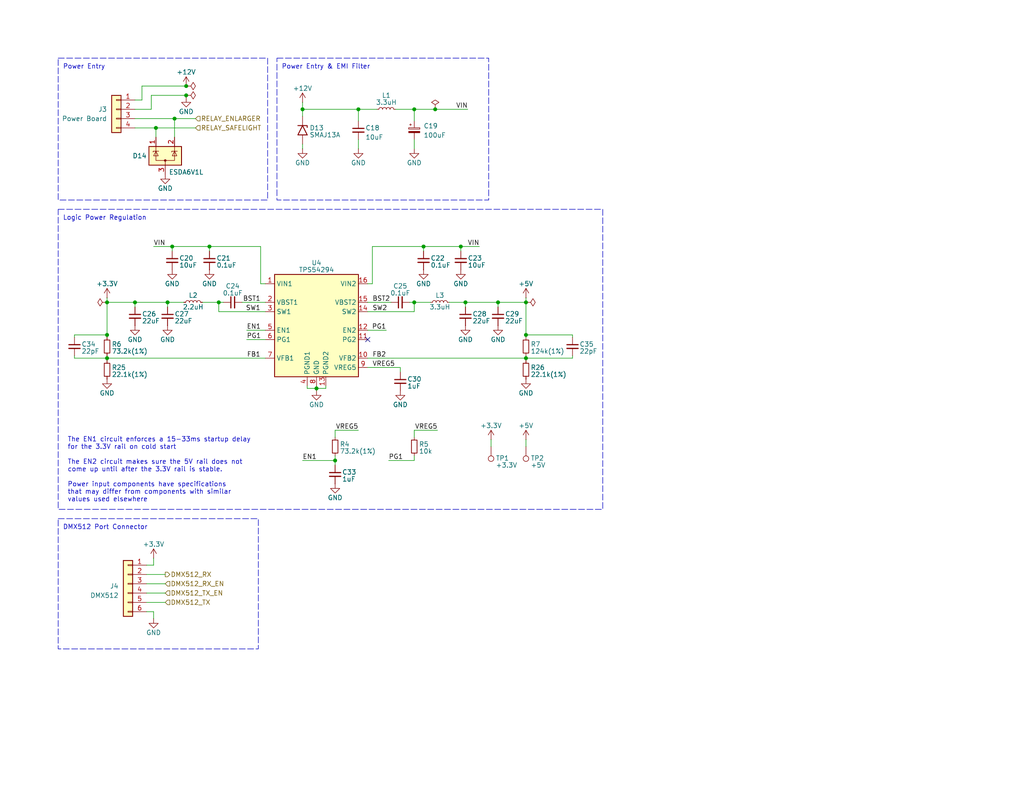
<source format=kicad_sch>
(kicad_sch (version 20231120) (generator "eeschema") (generator_version "8.0")
  (paper "USLetter")
  (title_block (title "Printalyzer - Main Board (Power Supply and Control)") (date "2024-04-16") (rev "D") (company "Dektronics, Inc.") (comment 1 "Derek Konigsberg"))
  (lib_symbols
    (symbol "Connector:TestPoint" (pin_numbers hide) (pin_names (offset 0.762) hide)
      (property "Reference" "TP" (at 0 6.858 0))
      (property "Value" "TestPoint" (at 0 5.08 0))
      (symbol "TestPoint_0_1"
        (circle (center 0 3.302) (radius 0.762))
      )
      (symbol "TestPoint_1_1"
        (pin passive line (at 0 0 90) (length 2.54) (name "1") (number "1"))
      )
    )
    (symbol "Connector_Generic:Conn_01x04" (pin_names (offset 1.016) hide)
      (property "Reference" "J" (at 0 5.08 0))
      (property "Value" "Conn_01x04" (at 0 -7.62 0))
      (symbol "Conn_01x04_1_1"
        (rectangle (start -1.27 -4.953) (end 0 -5.207) (stroke (width 0.1524)))
        (rectangle (start -1.27 -2.413) (end 0 -2.667) (stroke (width 0.1524)))
        (rectangle (start -1.27 0.127) (end 0 -0.127) (stroke (width 0.1524)))
        (rectangle (start -1.27 2.667) (end 0 2.413) (stroke (width 0.1524)))
        (rectangle (start -1.27 3.81) (end 1.27 -6.35) (stroke (width 0.254)) (fill (type background)))
        (pin passive line (at -5.08 2.54 0) (length 3.81) (name "Pin_1") (number "1"))
        (pin passive line (at -5.08 0 0) (length 3.81) (name "Pin_2") (number "2"))
        (pin passive line (at -5.08 -2.54 0) (length 3.81) (name "Pin_3") (number "3"))
        (pin passive line (at -5.08 -5.08 0) (length 3.81) (name "Pin_4") (number "4"))
      )
    )
    (symbol "Connector_Generic:Conn_01x06" (pin_names (offset 1.016) hide)
      (property "Reference" "J" (at 0 7.62 0))
      (property "Value" "Conn_01x06" (at 0 -10.16 0))
      (symbol "Conn_01x06_1_1"
        (rectangle (start -1.27 -7.493) (end 0 -7.747) (stroke (width 0.1524)))
        (rectangle (start -1.27 -4.953) (end 0 -5.207) (stroke (width 0.1524)))
        (rectangle (start -1.27 -2.413) (end 0 -2.667) (stroke (width 0.1524)))
        (rectangle (start -1.27 0.127) (end 0 -0.127) (stroke (width 0.1524)))
        (rectangle (start -1.27 2.667) (end 0 2.413) (stroke (width 0.1524)))
        (rectangle (start -1.27 5.207) (end 0 4.953) (stroke (width 0.1524)))
        (rectangle (start -1.27 6.35) (end 1.27 -8.89) (stroke (width 0.254)) (fill (type background)))
        (pin passive line (at -5.08 5.08 0) (length 3.81) (name "Pin_1") (number "1"))
        (pin passive line (at -5.08 2.54 0) (length 3.81) (name "Pin_2") (number "2"))
        (pin passive line (at -5.08 0 0) (length 3.81) (name "Pin_3") (number "3"))
        (pin passive line (at -5.08 -2.54 0) (length 3.81) (name "Pin_4") (number "4"))
        (pin passive line (at -5.08 -5.08 0) (length 3.81) (name "Pin_5") (number "5"))
        (pin passive line (at -5.08 -7.62 0) (length 3.81) (name "Pin_6") (number "6"))
      )
    )
    (symbol "Device:C_Polarized_Small" (pin_numbers hide) (pin_names (offset 0.254) hide)
      (property "Reference" "C" (at 0.254 1.778 0))
      (property "Value" "C_Polarized_Small" (at 0.254 -2.032 0))
      (symbol "C_Polarized_Small_0_1"
        (rectangle (start -1.524 -0.3048) (end 1.524 -0.6858) (fill (type outline)))
        (rectangle (start -1.524 0.6858) (end 1.524 0.3048))
        (polyline (pts (xy -1.27 1.524) (xy -0.762 1.524)))
        (polyline (pts (xy -1.016 1.27) (xy -1.016 1.778)))
      )
      (symbol "C_Polarized_Small_1_1"
        (pin passive line (at 0 2.54 270) (length 1.8542) (name "~") (number "1"))
        (pin passive line (at 0 -2.54 90) (length 1.8542) (name "~") (number "2"))
      )
    )
    (symbol "Device:C_Small" (pin_numbers hide) (pin_names (offset 0.254) hide)
      (property "Reference" "C" (at 0.254 1.778 0))
      (property "Value" "C_Small" (at 0.254 -2.032 0))
      (symbol "C_Small_0_1"
        (polyline (pts (xy -1.524 -0.508) (xy 1.524 -0.508)) (stroke (width 0.3302)))
        (polyline (pts (xy -1.524 0.508) (xy 1.524 0.508)) (stroke (width 0.3048)))
      )
      (symbol "C_Small_1_1"
        (pin passive line (at 0 2.54 270) (length 2.032) (name "~") (number "1"))
        (pin passive line (at 0 -2.54 90) (length 2.032) (name "~") (number "2"))
      )
    )
    (symbol "Device:L_Small" (pin_numbers hide) (pin_names (offset 0.254) hide)
      (property "Reference" "L" (at 0.762 1.016 0))
      (property "Value" "L_Small" (at 0.762 -1.016 0))
      (symbol "L_Small_0_1"
        (arc (start 0 -2.032) (mid 0.5058 -1.524) (end 0 -1.016))
        (arc (start 0 -1.016) (mid 0.5058 -0.508) (end 0 0))
        (arc (start 0 0) (mid 0.5058 0.508) (end 0 1.016))
        (arc (start 0 1.016) (mid 0.5058 1.524) (end 0 2.032))
      )
      (symbol "L_Small_1_1"
        (pin passive line (at 0 2.54 270) (length 0.508) (name "~") (number "1"))
        (pin passive line (at 0 -2.54 90) (length 0.508) (name "~") (number "2"))
      )
    )
    (symbol "Device:R_Small" (pin_numbers hide) (pin_names (offset 0.254) hide)
      (property "Reference" "R" (at 0.762 0.508 0))
      (property "Value" "R_Small" (at 0.762 -1.016 0))
      (symbol "R_Small_0_1"
        (rectangle (start -0.762 1.778) (end 0.762 -1.778) (stroke (width 0.2032)))
      )
      (symbol "R_Small_1_1"
        (pin passive line (at 0 2.54 270) (length 0.762) (name "~") (number "1"))
        (pin passive line (at 0 -2.54 90) (length 0.762) (name "~") (number "2"))
      )
    )
    (symbol "Diode:SMAJ13A" (pin_numbers hide) (pin_names (offset 1.016) hide)
      (property "Reference" "D" (at 0 2.54 0))
      (property "Value" "SMAJ13A" (at 0 -2.54 0))
      (symbol "SMAJ13A_0_1"
        (polyline (pts (xy -0.762 1.27) (xy -1.27 1.27) (xy -1.27 -1.27)) (stroke (width 0.254)))
        (polyline (pts (xy 1.27 1.27) (xy 1.27 -1.27) (xy -1.27 0) (xy 1.27 1.27)) (stroke (width 0.254)))
      )
      (symbol "SMAJ13A_1_1"
        (pin passive line (at -3.81 0 0) (length 2.54) (name "A1") (number "1"))
        (pin passive line (at 3.81 0 180) (length 2.54) (name "A2") (number "2"))
      )
    )
    (symbol "Project:ESDA6V1L" (pin_names hide)
      (property "Reference" "D" (at 5.715 2.54 0))
      (property "Value" "ESDA6V1L" (at 5.715 0.635 0))
      (symbol "ESDA6V1L_0_0"
        (pin passive line (at 0 -5.08 90) (length 2.54) (name "A") (number "3"))
      )
      (symbol "ESDA6V1L_0_1"
        (rectangle (start -4.445 2.54) (end 4.445 -2.54) (stroke (width 0.254)) (fill (type background)))
        (circle (center 0 -1.27) (radius 0.254) (fill (type outline)))
        (polyline (pts (xy -2.54 2.54) (xy -2.54 1.27)))
        (polyline (pts (xy 0 -1.27) (xy 0 -2.54)))
        (polyline (pts (xy 2.54 2.54) (xy 2.54 1.27)))
        (polyline (pts (xy -3.302 1.016) (xy -3.302 1.27) (xy -1.905 1.27) (xy -1.778 1.27)))
        (polyline (pts (xy -2.54 1.27) (xy -2.54 -1.27) (xy 2.54 -1.27) (xy 2.54 1.27)))
        (polyline (pts (xy -2.54 1.27) (xy -1.905 0) (xy -3.175 0) (xy -2.54 1.27)))
        (polyline (pts (xy 1.778 1.016) (xy 1.778 1.27) (xy 3.175 1.27) (xy 3.302 1.27)))
        (polyline (pts (xy 2.54 1.27) (xy 1.905 0) (xy 3.175 0) (xy 2.54 1.27)))
      )
      (symbol "ESDA6V1L_1_1"
        (pin passive line (at -2.54 5.08 270) (length 2.54) (name "K") (number "1"))
        (pin passive line (at 2.54 5.08 270) (length 2.54) (name "K") (number "2"))
      )
    )
    (symbol "Project:TPS54294"
      (property "Reference" "U" (at 0 19.05 0))
      (property "Value" "TPS54294" (at 0 16.51 0))
      (symbol "TPS54294_1_1"
        (rectangle (start -11.43 13.97) (end 11.43 -13.97) (stroke (width 0.254)) (fill (type background)))
        (pin power_in line (at -13.97 11.43 0) (length 2.54) (name "VIN1") (number "1"))
        (pin input line (at 13.97 -8.89 180) (length 2.54) (name "VFB2") (number "10"))
        (pin open_collector line (at 13.97 -3.81 180) (length 2.54) (name "PG2") (number "11"))
        (pin input line (at 13.97 -1.27 180) (length 2.54) (name "EN2") (number "12"))
        (pin power_in line (at 2.54 -16.51 90) (length 2.54) (name "PGND2") (number "13"))
        (pin output line (at 13.97 3.81 180) (length 2.54) (name "SW2") (number "14"))
        (pin passive line (at 13.97 6.35 180) (length 2.54) (name "VBST2") (number "15"))
        (pin power_in line (at 13.97 11.43 180) (length 2.54) (name "VIN2") (number "16"))
        (pin power_in line (at 0 -16.51 90) (length 2.54) hide (name "GND") (number "17"))
        (pin passive line (at -13.97 6.35 0) (length 2.54) (name "VBST1") (number "2"))
        (pin output line (at -13.97 3.81 0) (length 2.54) (name "SW1") (number "3"))
        (pin power_in line (at -2.54 -16.51 90) (length 2.54) (name "PGND1") (number "4"))
        (pin input line (at -13.97 -1.27 0) (length 2.54) (name "EN1") (number "5"))
        (pin open_collector line (at -13.97 -3.81 0) (length 2.54) (name "PG1") (number "6"))
        (pin input line (at -13.97 -8.89 0) (length 2.54) (name "VFB1") (number "7"))
        (pin power_in line (at 0 -16.51 90) (length 2.54) (name "GND") (number "8"))
        (pin output line (at 13.97 -11.43 180) (length 2.54) (name "VREG5") (number "9"))
      )
    )
    (symbol "power:+12V" (power) (pin_numbers hide) (pin_names (offset 0) hide)
      (property "Value" "+12V" (at 0 3.556 0))
      (symbol "+12V_0_1"
        (polyline (pts (xy -0.762 1.27) (xy 0 2.54)))
        (polyline (pts (xy 0 0) (xy 0 2.54)))
        (polyline (pts (xy 0 2.54) (xy 0.762 1.27)))
      )
      (symbol "+12V_1_1"
        (pin power_in line (at 0 0 90) (length 0) (name "~") (number "1"))
      )
    )
    (symbol "power:+3.3V" (power) (pin_numbers hide) (pin_names (offset 0) hide)
      (property "Value" "+3.3V" (at 0 3.556 0))
      (symbol "+3.3V_0_1"
        (polyline (pts (xy -0.762 1.27) (xy 0 2.54)))
        (polyline (pts (xy 0 0) (xy 0 2.54)))
        (polyline (pts (xy 0 2.54) (xy 0.762 1.27)))
      )
      (symbol "+3.3V_1_1"
        (pin power_in line (at 0 0 90) (length 0) (name "~") (number "1"))
      )
    )
    (symbol "power:+5V" (power) (pin_numbers hide) (pin_names (offset 0) hide)
      (property "Value" "+5V" (at 0 3.556 0))
      (symbol "+5V_0_1"
        (polyline (pts (xy -0.762 1.27) (xy 0 2.54)))
        (polyline (pts (xy 0 0) (xy 0 2.54)))
        (polyline (pts (xy 0 2.54) (xy 0.762 1.27)))
      )
      (symbol "+5V_1_1"
        (pin power_in line (at 0 0 90) (length 0) (name "~") (number "1"))
      )
    )
    (symbol "power:GND" (power) (pin_numbers hide) (pin_names (offset 0) hide)
      (property "Value" "GND" (at 0 -3.81 0))
      (symbol "GND_0_1"
        (polyline (pts (xy 0 0) (xy 0 -1.27) (xy 1.27 -1.27) (xy 0 -2.54) (xy -1.27 -1.27) (xy 0 -1.27)))
      )
      (symbol "GND_1_1"
        (pin power_in line (at 0 0 270) (length 0) (name "~") (number "1"))
      )
    )
    (symbol "power:PWR_FLAG" (power) (pin_numbers hide) (pin_names (offset 0) hide)
      (property "Value" "PWR_FLAG" (at 0 3.81 0))
      (symbol "PWR_FLAG_0_0"
        (pin power_out line (at 0 0 90) (length 0) (name "~") (number "1"))
      )
      (symbol "PWR_FLAG_0_1"
        (polyline (pts (xy 0 0) (xy 0 1.27) (xy -1.016 1.905) (xy 0 2.54) (xy 1.016 1.905) (xy 0 1.27)))
      )
    )
  )
  (junction (at 42.545 34.925))
  (junction (at 46.99 67.31))
  (junction (at 29.21 97.79))
  (junction (at 135.89 82.55))
  (junction (at 125.73 67.31))
  (junction (at 47.625 32.385))
  (junction (at 115.57 67.31))
  (junction (at 29.21 91.44))
  (junction (at 59.69 82.55))
  (junction (at 57.15 67.31))
  (junction (at 50.8 23.495))
  (junction (at 91.44 125.73))
  (junction (at 82.55 29.845))
  (junction (at 143.51 91.44))
  (junction (at 143.51 97.79))
  (junction (at 45.72 82.55))
  (junction (at 86.36 106.045))
  (junction (at 113.03 82.55))
  (junction (at 143.51 82.55))
  (junction (at 50.8 26.035))
  (junction (at 36.83 82.55))
  (junction (at 29.21 82.55))
  (junction (at 97.79 29.845))
  (junction (at 118.745 29.845))
  (junction (at 113.03 29.845))
  (junction (at 127 82.55))
  (no_connect (at 100.33 92.71))
  (wire (pts (xy 143.51 91.44) (xy 143.51 92.075)))
  (wire (pts (xy 91.44 125.73) (xy 91.44 127)))
  (wire (pts (xy 101.6 67.31) (xy 101.6 77.47)))
  (wire (pts (xy 113.03 117.475) (xy 119.38 117.475)))
  (wire (pts (xy 101.6 67.31) (xy 115.57 67.31)))
  (wire (pts (xy 122.555 82.55) (xy 127 82.55)))
  (wire (pts (xy 67.31 90.17) (xy 72.39 90.17)))
  (wire (pts (xy 50.8 26.035) (xy 50.8 26.67)))
  (wire (pts (xy 101.6 77.47) (xy 100.33 77.47)))
  (wire (pts (xy 55.245 82.55) (xy 59.69 82.55)))
  (wire (pts (xy 36.83 32.385) (xy 47.625 32.385)))
  (wire (pts (xy 71.12 67.31) (xy 71.12 77.47)))
  (wire (pts (xy 88.9 106.045) (xy 86.36 106.045)))
  (wire (pts (xy 40.005 161.925) (xy 45.085 161.925)))
  (wire (pts (xy 50.165 82.55) (xy 45.72 82.55)))
  (wire (pts (xy 127 82.55) (xy 127 83.82)))
  (wire (pts (xy 113.03 85.09) (xy 100.33 85.09)))
  (wire (pts (xy 113.03 29.845) (xy 113.03 33.02)))
  (wire (pts (xy 82.55 125.73) (xy 91.44 125.73)))
  (wire (pts (xy 118.745 29.845) (xy 127.635 29.845)))
  (wire (pts (xy 20.32 97.155) (xy 20.32 97.79)))
  (wire (pts (xy 45.72 82.55) (xy 45.72 83.82)))
  (wire (pts (xy 57.15 67.31) (xy 46.99 67.31)))
  (wire (pts (xy 42.545 34.925) (xy 53.34 34.925)))
  (wire (pts (xy 115.57 67.31) (xy 125.73 67.31)))
  (wire (pts (xy 20.32 91.44) (xy 29.21 91.44)))
  (wire (pts (xy 41.91 154.305) (xy 41.91 152.4)))
  (wire (pts (xy 143.51 82.55) (xy 143.51 91.44)))
  (wire (pts (xy 59.69 85.09) (xy 72.39 85.09)))
  (wire (pts (xy 143.51 81.28) (xy 143.51 82.55)))
  (wire (pts (xy 38.735 23.495) (xy 38.735 27.305)))
  (wire (pts (xy 29.21 81.28) (xy 29.21 82.55)))
  (wire (pts (xy 50.8 23.495) (xy 38.735 23.495)))
  (wire (pts (xy 125.73 67.31) (xy 130.81 67.31)))
  (wire (pts (xy 100.33 82.55) (xy 106.68 82.55)))
  (wire (pts (xy 57.15 67.31) (xy 57.15 68.58)))
  (wire (pts (xy 82.55 39.37) (xy 82.55 40.64)))
  (wire (pts (xy 36.83 29.845) (xy 41.275 29.845)))
  (wire (pts (xy 40.005 164.465) (xy 45.085 164.465)))
  (wire (pts (xy 71.12 77.47) (xy 72.39 77.47)))
  (wire (pts (xy 125.73 67.31) (xy 125.73 68.58)))
  (wire (pts (xy 143.51 97.79) (xy 143.51 98.425)))
  (wire (pts (xy 156.21 92.075) (xy 156.21 91.44)))
  (wire (pts (xy 97.79 29.845) (xy 97.79 33.02)))
  (wire (pts (xy 66.04 82.55) (xy 72.39 82.55)))
  (wire (pts (xy 111.76 82.55) (xy 113.03 82.55)))
  (wire (pts (xy 36.83 27.305) (xy 38.735 27.305)))
  (wire (pts (xy 41.91 67.31) (xy 46.99 67.31)))
  (wire (pts (xy 156.21 97.79) (xy 143.51 97.79)))
  (wire (pts (xy 143.51 97.155) (xy 143.51 97.79)))
  (wire (pts (xy 46.99 67.31) (xy 46.99 68.58)))
  (wire (pts (xy 83.82 106.045) (xy 86.36 106.045)))
  (wire (pts (xy 47.625 32.385) (xy 53.34 32.385)))
  (wire (pts (xy 135.89 82.55) (xy 127 82.55)))
  (wire (pts (xy 67.31 92.71) (xy 72.39 92.71)))
  (wire (pts (xy 97.79 29.845) (xy 102.87 29.845)))
  (wire (pts (xy 36.83 34.925) (xy 42.545 34.925)))
  (wire (pts (xy 91.44 117.475) (xy 97.79 117.475)))
  (wire (pts (xy 135.89 82.55) (xy 135.89 83.82)))
  (wire (pts (xy 113.03 82.55) (xy 113.03 85.09)))
  (wire (pts (xy 135.89 82.55) (xy 143.51 82.55)))
  (wire (pts (xy 82.55 29.845) (xy 97.79 29.845)))
  (wire (pts (xy 29.21 82.55) (xy 36.83 82.55)))
  (wire (pts (xy 91.44 124.46) (xy 91.44 125.73)))
  (wire (pts (xy 20.32 92.075) (xy 20.32 91.44)))
  (wire (pts (xy 29.21 97.79) (xy 72.39 97.79)))
  (wire (pts (xy 29.21 82.55) (xy 29.21 91.44)))
  (wire (pts (xy 107.95 29.845) (xy 113.03 29.845)))
  (wire (pts (xy 117.475 82.55) (xy 113.03 82.55)))
  (wire (pts (xy 82.55 29.845) (xy 82.55 31.75)))
  (wire (pts (xy 40.005 159.385) (xy 45.085 159.385)))
  (wire (pts (xy 41.91 167.005) (xy 41.91 168.91)))
  (wire (pts (xy 83.82 105.41) (xy 83.82 106.045)))
  (wire (pts (xy 42.545 34.925) (xy 42.545 37.465)))
  (wire (pts (xy 40.005 156.845) (xy 45.085 156.845)))
  (wire (pts (xy 41.275 29.845) (xy 41.275 26.035)))
  (wire (pts (xy 40.005 167.005) (xy 41.91 167.005)))
  (wire (pts (xy 109.22 100.33) (xy 109.22 101.6)))
  (wire (pts (xy 40.005 154.305) (xy 41.91 154.305)))
  (wire (pts (xy 29.21 91.44) (xy 29.21 92.075)))
  (wire (pts (xy 86.36 105.41) (xy 86.36 106.045)))
  (wire (pts (xy 100.33 100.33) (xy 109.22 100.33)))
  (wire (pts (xy 113.03 124.46) (xy 113.03 125.73)))
  (wire (pts (xy 29.21 97.79) (xy 29.21 98.425)))
  (wire (pts (xy 59.69 82.55) (xy 59.69 85.09)))
  (wire (pts (xy 100.33 90.17) (xy 105.41 90.17)))
  (wire (pts (xy 113.03 38.1) (xy 113.03 40.64)))
  (wire (pts (xy 91.44 119.38) (xy 91.44 117.475)))
  (wire (pts (xy 143.51 91.44) (xy 156.21 91.44)))
  (wire (pts (xy 71.12 67.31) (xy 57.15 67.31)))
  (wire (pts (xy 88.9 105.41) (xy 88.9 106.045)))
  (wire (pts (xy 156.21 97.155) (xy 156.21 97.79)))
  (wire (pts (xy 106.045 125.73) (xy 113.03 125.73)))
  (wire (pts (xy 47.625 32.385) (xy 47.625 37.465)))
  (wire (pts (xy 36.83 82.55) (xy 36.83 83.82)))
  (wire (pts (xy 60.96 82.55) (xy 59.69 82.55)))
  (wire (pts (xy 143.51 120.015) (xy 143.51 121.92)))
  (wire (pts (xy 113.03 119.38) (xy 113.03 117.475)))
  (wire (pts (xy 20.32 97.79) (xy 29.21 97.79)))
  (wire (pts (xy 97.79 40.64) (xy 97.79 38.1)))
  (wire (pts (xy 115.57 67.31) (xy 115.57 68.58)))
  (wire (pts (xy 113.03 29.845) (xy 118.745 29.845)))
  (wire (pts (xy 45.72 82.55) (xy 36.83 82.55)))
  (wire (pts (xy 29.21 97.155) (xy 29.21 97.79)))
  (wire (pts (xy 41.275 26.035) (xy 50.8 26.035)))
  (wire (pts (xy 133.985 120.015) (xy 133.985 121.92)))
  (wire (pts (xy 86.36 106.045) (xy 86.36 106.68)))
  (wire (pts (xy 82.55 27.94) (xy 82.55 29.845)))
  (wire (pts (xy 100.33 97.79) (xy 143.51 97.79)))
  (rectangle (start 15.875 15.875) (end 73.025 54.61) (stroke (width 0) (type dash)))
  (rectangle (start 15.875 57.15) (end 164.465 139.065) (stroke (width 0) (type dash)))
  (rectangle (start 15.875 141.605) (end 70.485 177.165) (stroke (width 0) (type dash)))
  (rectangle (start 75.565 15.875) (end 133.35 54.61) (stroke (width 0) (type dash)))
  (text "The EN1 circuit enforces a 15-33ms startup delay\nfor the 3.3V rail on cold start\n\nThe EN2 circuit makes sure the 5V rail does not\ncome up until after the 3.3V rail is stable.\n\nPower input components have specifications\nthat may differ from components with similar\nvalues used elsewhere" (at 18.415 128.27 0) (effects (font (size 1.27 1.27)) (justify left)))
  (text "Power Entry & EMI Filter" (at 76.835 19.05 0) (effects (font (size 1.27 1.27)) (justify left bottom)))
  (text "Logic Power Regulation" (at 17.145 60.325 0) (effects (font (size 1.27 1.27)) (justify left bottom)))
  (text "DMX512 Port Connector" (at 17.145 144.78 0) (effects (font (size 1.27 1.27)) (justify left bottom)))
  (text "Power Entry" (at 17.145 19.05 0) (effects (font (size 1.27 1.27)) (justify left bottom)))
  (label "EN1" (at 82.55 125.73 0))
  (label "VREG5" (at 101.6 100.33 0))
  (label "VREG5" (at 97.79 117.475 180))
  (label "SW2" (at 101.6 85.09 0))
  (label "PG1" (at 67.31 92.71 0))
  (label "FB1" (at 71.12 97.79 180))
  (label "PG1" (at 105.41 90.17 180))
  (label "SW1" (at 71.12 85.09 180))
  (label "FB2" (at 101.6 97.79 0))
  (label "VIN" (at 127.635 29.845 180))
  (label "PG1" (at 106.045 125.73 0))
  (label "VIN" (at 130.81 67.31 180))
  (label "VIN" (at 41.91 67.31 0))
  (label "BST1" (at 71.12 82.55 180))
  (label "EN1" (at 67.31 90.17 0))
  (label "BST2" (at 101.6 82.55 0))
  (label "VREG5" (at 119.38 117.475 180))
  (hierarchical_label "DMX512_RX" (shape output) (at 45.085 156.845 0))
  (hierarchical_label "DMX512_TX" (shape input) (at 45.085 164.465 0))
  (hierarchical_label "RELAY_SAFELIGHT" (shape input) (at 53.34 34.925 0))
  (hierarchical_label "DMX512_TX_EN" (shape input) (at 45.085 161.925 0))
  (hierarchical_label "DMX512_RX_EN" (shape input) (at 45.085 159.385 0))
  (hierarchical_label "RELAY_ENLARGER" (shape input) (at 53.34 32.385 0))
  (symbol (lib_id "Device:L_Small") (at 52.705 82.55 90) (unit 1)
    (property "Reference" "L2" (at 52.705 80.645 90))
    (property "Value" "2.2uH" (at 52.705 83.82 90))
    (property "Footprint" "Inductor_SMD:L_TDK_VLS6045EX_VLS6045AF" (effects (hide yes)))
    (property "Datasheet" "https://product.tdk.com/en/system/files?file=dam/doc/product/inductor/inductor/smd/catalog/inductor_commercial_power_vls6045ex_en.pdf" (effects (hide yes)))
    (property "Description" "FIXED IND 2.2UH 5.1A 25 MOHM SMD" (effects (hide yes)))
    (property "Manufacturer" "TDK Corporation" (effects (hide yes)))
    (property "Manufacturer PN" "VLS6045EX-2R2N" (effects (hide yes)))
    (property "Supplier" "Digi-Key" (effects (hide yes)))
    (property "Supplier PN" "445-173049-1-ND" (effects (hide yes)))
  )
  (symbol (lib_id "Connector_Generic:Conn_01x04") (at 31.75 29.845 0) (mirror y) (unit 1)
    (property "Reference" "J3" (at 29.21 29.8449 0) (effects (justify left)))
    (property "Value" "Power Board" (at 29.21 32.3849 0) (effects (justify left)))
    (property "Footprint" "Connector_JST:JST_PH_B4B-PH-SM4-TB_1x04-1MP_P2.00mm_Vertical" (effects (hide yes)))
    (property "Datasheet" "https://www.jst-mfg.com/product/pdf/eng/ePH.pdf" (effects (hide yes)))
    (property "Description" "CONN HEADER SMD 4POS 2MM" (effects (hide yes)))
    (property "Manufacturer" "JST Sales America Inc." (effects (hide yes)))
    (property "Manufacturer PN" "B4B-PH-SM4-TB(LF)(SN)" (effects (hide yes)))
    (property "Supplier" "Newark" (effects (hide yes)))
    (property "Supplier PN" "37K9959" (effects (hide yes)))
  )
  (symbol (lib_id "Device:C_Small") (at 109.22 82.55 90) (unit 1)
    (property "Reference" "C25" (at 109.22 78.105 90))
    (property "Value" "0.1uF" (at 109.22 80.01 90))
    (property "Footprint" "Capacitor_SMD:C_0603_1608Metric" (effects (hide yes)))
    (property "Datasheet" "https://media.digikey.com/pdf/Data%20Sheets/Samsung%20PDFs/CL_Series_MLCC_ds.pdf" (effects (hide yes)))
    (property "Description" "CAP CER 0.1UF 25V X7R 0603" (effects (hide yes)))
    (property "Manufacturer" "Samsung Electro-Mechanics" (effects (hide yes)))
    (property "Manufacturer PN" "CL10B104KA8NNNC" (effects (hide yes)))
    (property "Supplier" "Digi-Key" (effects (hide yes)))
    (property "Supplier PN" "1276-1006-1-ND" (effects (hide yes)))
  )
  (symbol (lib_id "Project:ESDA6V1L") (at 45.085 42.545 0) (unit 1)
    (property "Reference" "D14" (at 38.1 42.545 0))
    (property "Value" "ESDA6V1L" (at 50.8 46.99 0))
    (property "Footprint" "lib_fp:SOT23-3L" (effects (hide yes)))
    (property "Datasheet" "https://www.st.com/content/ccc/resource/technical/document/datasheet/eb/9f/a7/ac/7b/b6/46/7f/CD00002057.pdf/files/CD00002057.pdf/jcr:content/translations/en.CD00002057.pdf" (effects (hide yes)))
    (property "Description" "TVS DIODE 5.25VWM SOT23-3" (effects (hide yes)))
    (property "Manufacturer" "STMicroelectronics" (effects (hide yes)))
    (property "Manufacturer PN" "ESDA6V1L" (effects (hide yes)))
    (property "Supplier" "Digi-Key" (effects (hide yes)))
    (property "Supplier PN" "497-2930-1-ND" (effects (hide yes)))
  )
  (symbol (lib_id "power:GND") (at 45.085 47.625 0) (unit 1)
    (property "Reference" "#PWR032" (effects (hide yes)))
    (property "Value" "GND" (at 45.085 51.435 0))
    (property "Description" "Power symbol creates a global label with name \"GND\" , ground" (effects (hide yes)))
  )
  (symbol (lib_id "Device:R_Small") (at 113.03 121.92 0) (mirror y) (unit 1)
    (property "Reference" "R5" (at 114.3 121.285 0) (effects (justify right)))
    (property "Value" "10k" (at 114.3 123.19 0) (effects (justify right)))
    (property "Footprint" "Resistor_SMD:R_0603_1608Metric" (effects (hide yes)))
    (property "Datasheet" "https://www.vishay.com/docs/20035/dcrcwe3.pdf" (effects (hide yes)))
    (property "Description" "RES SMD 10K OHM 5% 1/16W 0603" (effects (hide yes)))
    (property "Manufacturer" "Vishay Dale" (effects (hide yes)))
    (property "Manufacturer PN" "CRCW060310K0JNEA" (effects (hide yes)))
    (property "Supplier" "Digi-Key" (effects (hide yes)))
    (property "Supplier PN" "541-10KGCT-ND" (effects (hide yes)))
  )
  (symbol (lib_id "Device:C_Polarized_Small") (at 113.03 35.56 0) (unit 1)
    (property "Reference" "C19" (at 115.57 34.3789 0) (effects (justify left)))
    (property "Value" "100uF" (at 115.57 36.9189 0) (effects (justify left)))
    (property "Footprint" "lib_fp:CP_Elec_6.3x6.1" (effects (hide yes)))
    (property "Datasheet" "https://api.pim.na.industrial.panasonic.com/file_stream/main/fileversion/9127" (effects (hide yes)))
    (property "Description" "CAP ALUM 100UF 20% 25V SMD" (effects (hide yes)))
    (property "Manufacturer" "Panasonic Electronic Components" (effects (hide yes)))
    (property "Manufacturer PN" "EEE-FN1E101UP" (effects (hide yes)))
    (property "Supplier" "Digi-Key" (effects (hide yes)))
    (property "Supplier PN" "10-EEE-FN1E101UPCT-ND" (effects (hide yes)))
  )
  (symbol (lib_id "power:+12V") (at 50.8 23.495 0) (unit 1)
    (property "Reference" "#PWR057" (effects (hide yes)))
    (property "Value" "+12V" (at 50.8 19.685 0))
    (property "Description" "Power symbol creates a global label with name \"+12V\"" (effects (hide yes)))
  )
  (symbol (lib_id "power:+5V") (at 143.51 81.28 0) (unit 1)
    (property "Reference" "#PWR038" (effects (hide yes)))
    (property "Value" "+5V" (at 143.51 77.47 0))
    (property "Description" "Power symbol creates a global label with name \"+5V\"" (effects (hide yes)))
  )
  (symbol (lib_id "power:GND") (at 113.03 40.64 0) (unit 1)
    (property "Reference" "#PWR031" (effects (hide yes)))
    (property "Value" "GND" (at 113.03 44.45 0))
    (property "Description" "Power symbol creates a global label with name \"GND\" , ground" (effects (hide yes)))
  )
  (symbol (lib_id "power:PWR_FLAG") (at 50.8 26.035 270) (mirror x) (unit 1)
    (property "Reference" "#FLG04" (effects (hide yes)))
    (property "Value" "PWR_FLAG" (effects (hide yes)))
    (property "Description" "Special symbol for telling ERC where power comes from" (effects (hide yes)))
  )
  (symbol (lib_id "Device:C_Small") (at 20.32 94.615 0) (unit 1)
    (property "Reference" "C34" (at 22.225 93.98 0) (effects (justify left)))
    (property "Value" "22pF" (at 22.225 95.885 0) (effects (justify left)))
    (property "Footprint" "Capacitor_SMD:C_0603_1608Metric" (effects (hide yes)))
    (property "Datasheet" "https://www.yageo.com/upload/media/product/productsearch/datasheet/mlcc/UPY-GP_NP0_16V-to-50V_18.pdf" (effects (hide yes)))
    (property "Description" "CAP CER 22PF 50V C0G/NPO 0603" (effects (hide yes)))
    (property "Manufacturer" "YAGEO" (effects (hide yes)))
    (property "Manufacturer PN" "CC0603JRNPO9BN220" (effects (hide yes)))
    (property "Supplier" "Digi-Key" (effects (hide yes)))
    (property "Supplier PN" "311-1062-1-ND" (effects (hide yes)))
  )
  (symbol (lib_id "power:GND") (at 45.72 88.9 0) (unit 1)
    (property "Reference" "#PWR040" (effects (hide yes)))
    (property "Value" "GND" (at 45.72 92.71 0))
    (property "Description" "Power symbol creates a global label with name \"GND\" , ground" (effects (hide yes)))
  )
  (symbol (lib_id "Project:TPS54294") (at 86.36 88.9 0) (unit 1)
    (property "Reference" "U4" (at 86.36 71.755 0))
    (property "Value" "TPS54294" (at 86.36 73.66 0))
    (property "Footprint" "lib_fp:HTSSOP-16-1EP_4.4x5mm_P0.65mm_EP3.4x5mm_Mask2.46x2.31mm_ThermalVias" (effects (hide yes)))
    (property "Datasheet" "https://www.ti.com/lit/ds/symlink/tps54294.pdf" (effects (hide yes)))
    (property "Description" "2A Dual Channel Step Down Switcher with Integrated FET, 4.5-18V Input Voltage, HTSSOP-16" (effects (hide yes)))
    (property "Manufacturer" "Texas Instruments" (effects (hide yes)))
    (property "Manufacturer PN" "TPS54294PWP" (effects (hide yes)))
    (property "Supplier" "Digi-Key" (effects (hide yes)))
    (property "Supplier PN" "296-30159-5-ND" (effects (hide yes)))
  )
  (symbol (lib_id "Device:C_Small") (at 91.44 129.54 0) (unit 1)
    (property "Reference" "C33" (at 93.345 128.905 0) (effects (justify left)))
    (property "Value" "1uF" (at 93.345 130.81 0) (effects (justify left)))
    (property "Footprint" "Capacitor_SMD:C_0603_1608Metric" (effects (hide yes)))
    (property "Datasheet" "https://media.digikey.com/pdf/Data%20Sheets/Samsung%20PDFs/CL_Series_MLCC_ds.pdf" (effects (hide yes)))
    (property "Description" "CAP CER 1UF 25V X7R 0603" (effects (hide yes)))
    (property "Manufacturer" "Samsung Electro-Mechanics" (effects (hide yes)))
    (property "Manufacturer PN" "CL10B105KA8NNNC" (effects (hide yes)))
    (property "Supplier" "Digi-Key" (effects (hide yes)))
    (property "Supplier PN" "1276-1184-1-ND" (effects (hide yes)))
  )
  (symbol (lib_id "Device:C_Small") (at 109.22 104.14 0) (unit 1)
    (property "Reference" "C30" (at 111.125 103.505 0) (effects (justify left)))
    (property "Value" "1uF" (at 111.125 105.41 0) (effects (justify left)))
    (property "Footprint" "Capacitor_SMD:C_0603_1608Metric" (effects (hide yes)))
    (property "Datasheet" "https://media.digikey.com/pdf/Data%20Sheets/Samsung%20PDFs/CL_Series_MLCC_ds.pdf" (effects (hide yes)))
    (property "Description" "CAP CER 1UF 25V X7R 0603" (effects (hide yes)))
    (property "Manufacturer" "Samsung Electro-Mechanics" (effects (hide yes)))
    (property "Manufacturer PN" "CL10B105KA8NNNC" (effects (hide yes)))
    (property "Supplier" "Digi-Key" (effects (hide yes)))
    (property "Supplier PN" "1276-1184-1-ND" (effects (hide yes)))
  )
  (symbol (lib_id "Device:C_Small") (at 97.79 35.56 0) (unit 1)
    (property "Reference" "C18" (at 99.695 34.925 0) (effects (justify left)))
    (property "Value" "10uF" (at 99.695 37.465 0) (effects (justify left)))
    (property "Footprint" "Capacitor_SMD:C_1206_3216Metric" (effects (hide yes)))
    (property "Datasheet" "https://mm.digikey.com/Volume0/opasdata/d220001/medias/docus/41/CL31B106KBHNNNE_Spec.pdf" (effects (hide yes)))
    (property "Description" "CAP CER 10UF 50V X7R 1206" (effects (hide yes)))
    (property "Manufacturer" "Samsung Electro-Mechanics" (effects (hide yes)))
    (property "Manufacturer PN" "CL31B106KBHNNNE" (effects (hide yes)))
    (property "Supplier" "Digi-Key" (effects (hide yes)))
    (property "Supplier PN" "1276-6767-1-ND" (effects (hide yes)))
  )
  (symbol (lib_id "power:GND") (at 86.36 106.68 0) (unit 1)
    (property "Reference" "#PWR047" (effects (hide yes)))
    (property "Value" "GND" (at 86.36 110.49 0))
    (property "Description" "Power symbol creates a global label with name \"GND\" , ground" (effects (hide yes)))
  )
  (symbol (lib_id "power:GND") (at 109.22 106.68 0) (unit 1)
    (property "Reference" "#PWR048" (effects (hide yes)))
    (property "Value" "GND" (at 109.22 110.49 0))
    (property "Description" "Power symbol creates a global label with name \"GND\" , ground" (effects (hide yes)))
  )
  (symbol (lib_id "power:GND") (at 57.15 73.66 0) (unit 1)
    (property "Reference" "#PWR034" (effects (hide yes)))
    (property "Value" "GND" (at 57.15 77.47 0))
    (property "Description" "Power symbol creates a global label with name \"GND\" , ground" (effects (hide yes)))
  )
  (symbol (lib_id "power:GND") (at 41.91 168.91 0) (unit 1)
    (property "Reference" "#PWR052" (effects (hide yes)))
    (property "Value" "GND" (at 41.91 172.72 0))
    (property "Description" "Power symbol creates a global label with name \"GND\" , ground" (effects (hide yes)))
    (instances (project "main-board" (path "" (reference "#PWR052") (unit 1))) (project "switcher-rt8258-test" (path "" (reference "#PWR?") (unit 1))))
  )
  (symbol (lib_id "power:PWR_FLAG") (at 118.745 29.845 0) (unit 1)
    (property "Reference" "#FLG03" (effects (hide yes)))
    (property "Value" "PWR_FLAG" (effects (hide yes)))
    (property "Description" "Special symbol for telling ERC where power comes from" (effects (hide yes)))
  )
  (symbol (lib_id "Device:L_Small") (at 120.015 82.55 90) (unit 1)
    (property "Reference" "L3" (at 120.015 80.645 90))
    (property "Value" "3.3uH" (at 120.015 83.82 90))
    (property "Footprint" "Inductor_SMD:L_TDK_VLS6045EX_VLS6045AF" (effects (hide yes)))
    (property "Datasheet" "https://product.tdk.com/en/system/files?file=dam/doc/product/inductor/inductor/smd/catalog/inductor_commercial_power_vls6045ex_en.pdf" (effects (hide yes)))
    (property "Description" "FIXED IND 3.3UH 4.95A 30MOHM SMD" (effects (hide yes)))
    (property "Manufacturer" "TDK Corporation" (effects (hide yes)))
    (property "Manufacturer PN" "VLS6045EX-3R3N" (effects (hide yes)))
    (property "Supplier" "Digi-Key" (effects (hide yes)))
    (property "Supplier PN" "445-173052-1-ND" (effects (hide yes)))
  )
  (symbol (lib_id "power:PWR_FLAG") (at 143.51 82.55 270) (unit 1)
    (property "Reference" "#FLG06" (effects (hide yes)))
    (property "Value" "PWR_FLAG" (effects (hide yes)))
    (property "Description" "Special symbol for telling ERC where power comes from" (effects (hide yes)))
  )
  (symbol (lib_id "Device:C_Small") (at 57.15 71.12 0) (unit 1)
    (property "Reference" "C21" (at 59.055 70.485 0) (effects (justify left)))
    (property "Value" "0.1uF" (at 59.055 72.39 0) (effects (justify left)))
    (property "Footprint" "Capacitor_SMD:C_0603_1608Metric" (effects (hide yes)))
    (property "Datasheet" "https://media.digikey.com/pdf/Data%20Sheets/Samsung%20PDFs/CL_Series_MLCC_ds.pdf" (effects (hide yes)))
    (property "Description" "CAP CER 0.1UF 25V X7R 0603" (effects (hide yes)))
    (property "Manufacturer" "Samsung Electro-Mechanics" (effects (hide yes)))
    (property "Manufacturer PN" "CL10B104KA8NNNC" (effects (hide yes)))
    (property "Supplier" "Digi-Key" (effects (hide yes)))
    (property "Supplier PN" "1276-1006-1-ND" (effects (hide yes)))
  )
  (symbol (lib_id "power:+5V") (at 143.51 120.015 0) (unit 1)
    (property "Reference" "#PWR050" (effects (hide yes)))
    (property "Value" "+5V" (at 143.51 116.205 0))
    (property "Description" "Power symbol creates a global label with name \"+5V\"" (effects (hide yes)))
  )
  (symbol (lib_id "power:GND") (at 91.44 132.08 0) (unit 1)
    (property "Reference" "#PWR053" (effects (hide yes)))
    (property "Value" "GND" (at 91.44 135.89 0))
    (property "Description" "Power symbol creates a global label with name \"GND\" , ground" (effects (hide yes)))
  )
  (symbol (lib_id "Device:L_Small") (at 105.41 29.845 90) (unit 1)
    (property "Reference" "L1" (at 105.41 26.035 90))
    (property "Value" "3.3uH" (at 105.41 27.94 90))
    (property "Footprint" "Inductor_SMD:L_TDK_VLS6045EX_VLS6045AF" (effects (hide yes)))
    (property "Datasheet" "https://product.tdk.com/en/system/files?file=dam/doc/product/inductor/inductor/smd/catalog/inductor_commercial_power_vls6045ex_en.pdf" (effects (hide yes)))
    (property "Description" "FIXED IND 3.3UH 4.95A 30MOHM SMD" (effects (hide yes)))
    (property "Manufacturer" "TDK Corporation" (effects (hide yes)))
    (property "Manufacturer PN" "VLS6045EX-3R3N" (effects (hide yes)))
    (property "Supplier" "Digi-Key" (effects (hide yes)))
    (property "Supplier PN" "445-173052-1-ND" (effects (hide yes)))
  )
  (symbol (lib_id "Device:C_Small") (at 127 86.36 0) (unit 1)
    (property "Reference" "C28" (at 128.905 85.725 0) (effects (justify left)))
    (property "Value" "22uF" (at 128.905 87.63 0) (effects (justify left)))
    (property "Footprint" "Capacitor_SMD:C_0805_2012Metric" (effects (hide yes)))
    (property "Datasheet" "https://mm.digikey.com/Volume0/opasdata/d220001/medias/docus/43/CL21A226MOCLRNC_Spec.pdf" (effects (hide yes)))
    (property "Description" "CAP CER 22UF 16V X5R 0805" (effects (hide yes)))
    (property "Manufacturer" "Samsung Electro-Mechanics" (effects (hide yes)))
    (property "Manufacturer PN" "CL21A226MOCLRNC" (effects (hide yes)))
    (property "Supplier" "Digi-Key" (effects (hide yes)))
    (property "Supplier PN" "1276-6780-1-ND" (effects (hide yes)))
  )
  (symbol (lib_id "Device:C_Small") (at 156.21 94.615 0) (unit 1)
    (property "Reference" "C35" (at 158.115 93.98 0) (effects (justify left)))
    (property "Value" "22pF" (at 158.115 95.885 0) (effects (justify left)))
    (property "Footprint" "Capacitor_SMD:C_0603_1608Metric" (effects (hide yes)))
    (property "Datasheet" "https://www.yageo.com/upload/media/product/productsearch/datasheet/mlcc/UPY-GP_NP0_16V-to-50V_18.pdf" (effects (hide yes)))
    (property "Description" "CAP CER 22PF 50V C0G/NPO 0603" (effects (hide yes)))
    (property "Manufacturer" "YAGEO" (effects (hide yes)))
    (property "Manufacturer PN" "CC0603JRNPO9BN220" (effects (hide yes)))
    (property "Supplier" "Digi-Key" (effects (hide yes)))
    (property "Supplier PN" "311-1062-1-ND" (effects (hide yes)))
  )
  (symbol (lib_id "Device:R_Small") (at 91.44 121.92 0) (unit 1)
    (property "Reference" "R4" (at 92.71 121.285 0) (effects (justify left)))
    (property "Value" "73.2k(1%)" (at 92.71 123.19 0) (effects (justify left)))
    (property "Footprint" "Resistor_SMD:R_0603_1608Metric" (effects (hide yes)))
    (property "Datasheet" "https://www.yageo.com/upload/media/product/products/datasheet/rchip/PYu-RC_Group_51_RoHS_L_12.pdf" (effects (hide yes)))
    (property "Description" "RES SMD 73.2K OHM 1% 1/16W 0603" (effects (hide yes)))
    (property "Manufacturer" "YAGEO" (effects (hide yes)))
    (property "Manufacturer PN" "RC0603FR-0773K2L" (effects (hide yes)))
    (property "Supplier" "Digi-Key" (effects (hide yes)))
    (property "Supplier PN" "311-73.2KHRCT-ND" (effects (hide yes)))
  )
  (symbol (lib_id "power:GND") (at 97.79 40.64 0) (unit 1)
    (property "Reference" "#PWR056" (effects (hide yes)))
    (property "Value" "GND" (at 97.79 44.45 0))
    (property "Description" "Power symbol creates a global label with name \"GND\" , ground" (effects (hide yes)))
  )
  (symbol (lib_id "Device:C_Small") (at 45.72 86.36 0) (unit 1)
    (property "Reference" "C27" (at 47.625 85.725 0) (effects (justify left)))
    (property "Value" "22uF" (at 47.625 87.63 0) (effects (justify left)))
    (property "Footprint" "Capacitor_SMD:C_0805_2012Metric" (effects (hide yes)))
    (property "Datasheet" "https://mm.digikey.com/Volume0/opasdata/d220001/medias/docus/43/CL21A226MOCLRNC_Spec.pdf" (effects (hide yes)))
    (property "Description" "CAP CER 22UF 16V X5R 0805" (effects (hide yes)))
    (property "Manufacturer" "Samsung Electro-Mechanics" (effects (hide yes)))
    (property "Manufacturer PN" "CL21A226MOCLRNC" (effects (hide yes)))
    (property "Supplier" "Digi-Key" (effects (hide yes)))
    (property "Supplier PN" "1276-6780-1-ND" (effects (hide yes)))
  )
  (symbol (lib_id "power:GND") (at 29.21 103.505 0) (unit 1)
    (property "Reference" "#PWR044" (effects (hide yes)))
    (property "Value" "GND" (at 29.21 107.315 0))
    (property "Description" "Power symbol creates a global label with name \"GND\" , ground" (effects (hide yes)))
  )
  (symbol (lib_id "power:GND") (at 135.89 88.9 0) (unit 1)
    (property "Reference" "#PWR043" (effects (hide yes)))
    (property "Value" "GND" (at 135.89 92.71 0))
    (property "Description" "Power symbol creates a global label with name \"GND\" , ground" (effects (hide yes)))
  )
  (symbol (lib_id "Connector:TestPoint") (at 133.985 121.92 180) (unit 1) (in_bom no)
    (property "Reference" "TP1" (at 135.255 125.095 0) (effects (justify right)))
    (property "Value" "+3.3V" (at 135.255 127 0) (effects (justify right)))
    (property "Footprint" "TestPoint:TestPoint_Pad_D1.0mm" (effects (hide yes)))
  )
  (symbol (lib_id "power:PWR_FLAG") (at 50.8 23.495 270) (mirror x) (unit 1)
    (property "Reference" "#FLG02" (effects (hide yes)))
    (property "Value" "PWR_FLAG" (effects (hide yes)))
    (property "Description" "Special symbol for telling ERC where power comes from" (effects (hide yes)))
  )
  (symbol (lib_id "Device:C_Small") (at 36.83 86.36 0) (unit 1)
    (property "Reference" "C26" (at 38.735 85.725 0) (effects (justify left)))
    (property "Value" "22uF" (at 38.735 87.63 0) (effects (justify left)))
    (property "Footprint" "Capacitor_SMD:C_0805_2012Metric" (effects (hide yes)))
    (property "Datasheet" "https://mm.digikey.com/Volume0/opasdata/d220001/medias/docus/43/CL21A226MOCLRNC_Spec.pdf" (effects (hide yes)))
    (property "Description" "CAP CER 22UF 16V X5R 0805" (effects (hide yes)))
    (property "Manufacturer" "Samsung Electro-Mechanics" (effects (hide yes)))
    (property "Manufacturer PN" "CL21A226MOCLRNC" (effects (hide yes)))
    (property "Supplier" "Digi-Key" (effects (hide yes)))
    (property "Supplier PN" "1276-6780-1-ND" (effects (hide yes)))
  )
  (symbol (lib_id "Device:R_Small") (at 143.51 100.965 0) (unit 1)
    (property "Reference" "R26" (at 144.78 100.33 0) (effects (justify left)))
    (property "Value" "22.1k(1%)" (at 144.78 102.235 0) (effects (justify left)))
    (property "Footprint" "Resistor_SMD:R_0603_1608Metric" (effects (hide yes)))
    (property "Datasheet" "https://www.yageo.com/upload/media/product/products/datasheet/rchip/PYu-RC_Group_51_RoHS_L_12.pdf" (effects (hide yes)))
    (property "Description" "RES SMD 22.1K OHM 1% 1/10W 0603" (effects (hide yes)))
    (property "Manufacturer" "YAGEO" (effects (hide yes)))
    (property "Manufacturer PN" "RC0603FR-0722K1L" (effects (hide yes)))
    (property "Supplier" "Digi-Key" (effects (hide yes)))
    (property "Supplier PN" "311-22.1KHRCT-ND" (effects (hide yes)))
  )
  (symbol (lib_id "power:GND") (at 36.83 88.9 0) (unit 1)
    (property "Reference" "#PWR039" (effects (hide yes)))
    (property "Value" "GND" (at 36.83 92.71 0))
    (property "Description" "Power symbol creates a global label with name \"GND\" , ground" (effects (hide yes)))
  )
  (symbol (lib_id "power:PWR_FLAG") (at 29.21 82.55 90) (unit 1)
    (property "Reference" "#FLG05" (effects (hide yes)))
    (property "Value" "PWR_FLAG" (effects (hide yes)))
    (property "Description" "Special symbol for telling ERC where power comes from" (effects (hide yes)))
  )
  (symbol (lib_id "Device:R_Small") (at 143.51 94.615 0) (unit 1)
    (property "Reference" "R7" (at 144.78 93.98 0) (effects (justify left)))
    (property "Value" "124k(1%)" (at 144.78 95.885 0) (effects (justify left)))
    (property "Footprint" "Resistor_SMD:R_0603_1608Metric" (effects (hide yes)))
    (property "Datasheet" "https://www.yageo.com/upload/media/product/products/datasheet/rchip/PYu-RC_Group_51_RoHS_L_12.pdf" (effects (hide yes)))
    (property "Description" "RES SMD 124K OHM 1% 1/16W 0603" (effects (hide yes)))
    (property "Manufacturer" "YAGEO" (effects (hide yes)))
    (property "Manufacturer PN" "RC0603FR-07124KL" (effects (hide yes)))
    (property "Supplier" "Digi-Key" (effects (hide yes)))
    (property "Supplier PN" "311-124KHRCT-ND" (effects (hide yes)))
  )
  (symbol (lib_id "Diode:SMAJ13A") (at 82.55 35.56 270) (unit 1)
    (property "Reference" "D13" (at 84.455 34.925 90) (effects (justify left)))
    (property "Value" "SMAJ13A" (at 84.455 36.83 90) (effects (justify left)))
    (property "Footprint" "Diode_SMD:D_SMA" (effects (hide yes)))
    (property "Datasheet" "https://www.littelfuse.com/~/media/electronics/datasheets/tvs_diodes/littelfuse_tvs_diode_smaj_datasheet.pdf.pdf" (effects (hide yes)))
    (property "Description" "TVS DIODE 13VWM 21.5VC DO214AC" (effects (hide yes)))
    (property "Manufacturer" "Littelfuse Inc." (effects (hide yes)))
    (property "Manufacturer PN" "SMAJ13A" (effects (hide yes)))
    (property "Supplier" "Digi-Key" (effects (hide yes)))
    (property "Supplier PN" "SMAJ13ALFCT-ND" (effects (hide yes)))
  )
  (symbol (lib_id "Device:C_Small") (at 125.73 71.12 0) (unit 1)
    (property "Reference" "C23" (at 127.635 70.485 0) (effects (justify left)))
    (property "Value" "10uF" (at 127.635 72.39 0) (effects (justify left)))
    (property "Footprint" "Capacitor_SMD:C_1206_3216Metric" (effects (hide yes)))
    (property "Datasheet" "https://mm.digikey.com/Volume0/opasdata/d220001/medias/docus/41/CL31B106KBHNNNE_Spec.pdf" (effects (hide yes)))
    (property "Description" "CAP CER 10UF 50V X7R 1206" (effects (hide yes)))
    (property "Manufacturer" "Samsung Electro-Mechanics" (effects (hide yes)))
    (property "Manufacturer PN" "CL31B106KBHNNNE" (effects (hide yes)))
    (property "Supplier" "Digi-Key" (effects (hide yes)))
    (property "Supplier PN" "1276-6767-1-ND" (effects (hide yes)))
  )
  (symbol (lib_id "Connector:TestPoint") (at 143.51 121.92 180) (unit 1) (in_bom no)
    (property "Reference" "TP2" (at 144.78 125.095 0) (effects (justify right)))
    (property "Value" "+5V" (at 144.78 127 0) (effects (justify right)))
    (property "Footprint" "TestPoint:TestPoint_Pad_D1.0mm" (effects (hide yes)))
  )
  (symbol (lib_id "power:GND") (at 125.73 73.66 0) (unit 1)
    (property "Reference" "#PWR036" (effects (hide yes)))
    (property "Value" "GND" (at 125.73 77.47 0))
    (property "Description" "Power symbol creates a global label with name \"GND\" , ground" (effects (hide yes)))
  )
  (symbol (lib_id "power:+3.3V") (at 41.91 152.4 0) (unit 1)
    (property "Reference" "#PWR051" (effects (hide yes)))
    (property "Value" "+3.3V" (at 41.91 148.59 0))
    (property "Description" "Power symbol creates a global label with name \"+3.3V\"" (effects (hide yes)))
  )
  (symbol (lib_id "power:+12V") (at 82.55 27.94 0) (unit 1)
    (property "Reference" "#PWR030" (effects (hide yes)))
    (property "Value" "+12V" (at 82.55 24.13 0))
    (property "Description" "Power symbol creates a global label with name \"+12V\"" (effects (hide yes)))
  )
  (symbol (lib_id "power:GND") (at 115.57 73.66 0) (unit 1)
    (property "Reference" "#PWR035" (effects (hide yes)))
    (property "Value" "GND" (at 115.57 77.47 0))
    (property "Description" "Power symbol creates a global label with name \"GND\" , ground" (effects (hide yes)))
  )
  (symbol (lib_id "power:GND") (at 143.51 103.505 0) (unit 1)
    (property "Reference" "#PWR046" (effects (hide yes)))
    (property "Value" "GND" (at 143.51 107.315 0))
    (property "Description" "Power symbol creates a global label with name \"GND\" , ground" (effects (hide yes)))
  )
  (symbol (lib_id "Device:C_Small") (at 115.57 71.12 0) (unit 1)
    (property "Reference" "C22" (at 117.475 70.485 0) (effects (justify left)))
    (property "Value" "0.1uF" (at 117.475 72.39 0) (effects (justify left)))
    (property "Footprint" "Capacitor_SMD:C_0603_1608Metric" (effects (hide yes)))
    (property "Datasheet" "https://media.digikey.com/pdf/Data%20Sheets/Samsung%20PDFs/CL_Series_MLCC_ds.pdf" (effects (hide yes)))
    (property "Description" "CAP CER 0.1UF 25V X7R 0603" (effects (hide yes)))
    (property "Manufacturer" "Samsung Electro-Mechanics" (effects (hide yes)))
    (property "Manufacturer PN" "CL10B104KA8NNNC" (effects (hide yes)))
    (property "Supplier" "Digi-Key" (effects (hide yes)))
    (property "Supplier PN" "1276-1006-1-ND" (effects (hide yes)))
  )
  (symbol (lib_id "power:+3.3V") (at 133.985 120.015 0) (unit 1)
    (property "Reference" "#PWR049" (effects (hide yes)))
    (property "Value" "+3.3V" (at 133.985 116.205 0))
    (property "Description" "Power symbol creates a global label with name \"+3.3V\"" (effects (hide yes)))
    (instances (project "main-board" (path "" (reference "#PWR049") (unit 1))) (project "switcher-rt8258-test" (path "" (reference "#PWR?") (unit 1))))
  )
  (symbol (lib_id "Device:C_Small") (at 135.89 86.36 0) (unit 1)
    (property "Reference" "C29" (at 137.795 85.725 0) (effects (justify left)))
    (property "Value" "22uF" (at 137.795 87.63 0) (effects (justify left)))
    (property "Footprint" "Capacitor_SMD:C_0805_2012Metric" (effects (hide yes)))
    (property "Datasheet" "https://mm.digikey.com/Volume0/opasdata/d220001/medias/docus/43/CL21A226MOCLRNC_Spec.pdf" (effects (hide yes)))
    (property "Description" "CAP CER 22UF 16V X5R 0805" (effects (hide yes)))
    (property "Manufacturer" "Samsung Electro-Mechanics" (effects (hide yes)))
    (property "Manufacturer PN" "CL21A226MOCLRNC" (effects (hide yes)))
    (property "Supplier" "Digi-Key" (effects (hide yes)))
    (property "Supplier PN" "1276-6780-1-ND" (effects (hide yes)))
  )
  (symbol (lib_id "power:GND") (at 50.8 26.67 0) (unit 1)
    (property "Reference" "#PWR054" (effects (hide yes)))
    (property "Value" "GND" (at 50.8 30.48 0))
    (property "Description" "Power symbol creates a global label with name \"GND\" , ground" (effects (hide yes)))
  )
  (symbol (lib_id "Device:C_Small") (at 46.99 71.12 0) (unit 1)
    (property "Reference" "C20" (at 48.895 70.485 0) (effects (justify left)))
    (property "Value" "10uF" (at 48.895 72.39 0) (effects (justify left)))
    (property "Footprint" "Capacitor_SMD:C_1206_3216Metric" (effects (hide yes)))
    (property "Datasheet" "https://mm.digikey.com/Volume0/opasdata/d220001/medias/docus/41/CL31B106KBHNNNE_Spec.pdf" (effects (hide yes)))
    (property "Description" "CAP CER 10UF 50V X7R 1206" (effects (hide yes)))
    (property "Manufacturer" "Samsung Electro-Mechanics" (effects (hide yes)))
    (property "Manufacturer PN" "CL31B106KBHNNNE" (effects (hide yes)))
    (property "Supplier" "Digi-Key" (effects (hide yes)))
    (property "Supplier PN" "1276-6767-1-ND" (effects (hide yes)))
  )
  (symbol (lib_id "power:GND") (at 82.55 40.64 0) (unit 1)
    (property "Reference" "#PWR055" (effects (hide yes)))
    (property "Value" "GND" (at 82.55 44.45 0))
    (property "Description" "Power symbol creates a global label with name \"GND\" , ground" (effects (hide yes)))
  )
  (symbol (lib_id "power:GND") (at 127 88.9 0) (unit 1)
    (property "Reference" "#PWR041" (effects (hide yes)))
    (property "Value" "GND" (at 127 92.71 0))
    (property "Description" "Power symbol creates a global label with name \"GND\" , ground" (effects (hide yes)))
  )
  (symbol (lib_id "Connector_Generic:Conn_01x06") (at 34.925 159.385 0) (mirror y) (unit 1)
    (property "Reference" "J4" (at 32.385 160.02 0) (effects (justify left)))
    (property "Value" "DMX512" (at 32.385 162.56 0) (effects (justify left)))
    (property "Footprint" "Connector_JST:JST_SH_BM06B-SRSS-TB_1x06-1MP_P1.00mm_Vertical" (effects (hide yes)))
    (property "Datasheet" "https://www.jst-mfg.com/product/pdf/eng/eSH.pdf" (effects (hide yes)))
    (property "Description" "CONN HEADER SMD 6POS 1MM" (effects (hide yes)))
    (property "Manufacturer" "JST Sales America Inc." (effects (hide yes)))
    (property "Manufacturer PN" "BM06B-SRSS-TB(LF)(SN)" (effects (hide yes)))
    (property "Supplier" "Digi-Key" (effects (hide yes)))
    (property "Supplier PN" "455-1792-1-ND" (effects (hide yes)))
  )
  (symbol (lib_id "Device:R_Small") (at 29.21 100.965 0) (unit 1)
    (property "Reference" "R25" (at 30.48 100.33 0) (effects (justify left)))
    (property "Value" "22.1k(1%)" (at 30.48 102.235 0) (effects (justify left)))
    (property "Footprint" "Resistor_SMD:R_0603_1608Metric" (effects (hide yes)))
    (property "Datasheet" "https://www.yageo.com/upload/media/product/products/datasheet/rchip/PYu-RC_Group_51_RoHS_L_12.pdf" (effects (hide yes)))
    (property "Description" "RES SMD 22.1K OHM 1% 1/10W 0603" (effects (hide yes)))
    (property "Manufacturer" "YAGEO" (effects (hide yes)))
    (property "Manufacturer PN" "RC0603FR-0722K1L" (effects (hide yes)))
    (property "Supplier" "Digi-Key" (effects (hide yes)))
    (property "Supplier PN" "311-22.1KHRCT-ND" (effects (hide yes)))
  )
  (symbol (lib_id "Device:R_Small") (at 29.21 94.615 0) (unit 1)
    (property "Reference" "R6" (at 30.48 93.98 0) (effects (justify left)))
    (property "Value" "73.2k(1%)" (at 30.48 95.885 0) (effects (justify left)))
    (property "Footprint" "Resistor_SMD:R_0603_1608Metric" (effects (hide yes)))
    (property "Datasheet" "https://www.yageo.com/upload/media/product/products/datasheet/rchip/PYu-RC_Group_51_RoHS_L_12.pdf" (effects (hide yes)))
    (property "Description" "RES SMD 73.2K OHM 1% 1/16W 0603" (effects (hide yes)))
    (property "Manufacturer" "YAGEO" (effects (hide yes)))
    (property "Manufacturer PN" "RC0603FR-0773K2L" (effects (hide yes)))
    (property "Supplier" "Digi-Key" (effects (hide yes)))
    (property "Supplier PN" "311-73.2KHRCT-ND" (effects (hide yes)))
  )
  (symbol (lib_id "power:+3.3V") (at 29.21 81.28 0) (unit 1)
    (property "Reference" "#PWR037" (effects (hide yes)))
    (property "Value" "+3.3V" (at 29.21 77.47 0))
    (property "Description" "Power symbol creates a global label with name \"+3.3V\"" (effects (hide yes)))
  )
  (symbol (lib_id "Device:C_Small") (at 63.5 82.55 90) (unit 1)
    (property "Reference" "C24" (at 63.5 78.105 90))
    (property "Value" "0.1uF" (at 63.5 80.01 90))
    (property "Footprint" "Capacitor_SMD:C_0603_1608Metric" (effects (hide yes)))
    (property "Datasheet" "https://media.digikey.com/pdf/Data%20Sheets/Samsung%20PDFs/CL_Series_MLCC_ds.pdf" (effects (hide yes)))
    (property "Description" "CAP CER 0.1UF 25V X7R 0603" (effects (hide yes)))
    (property "Manufacturer" "Samsung Electro-Mechanics" (effects (hide yes)))
    (property "Manufacturer PN" "CL10B104KA8NNNC" (effects (hide yes)))
    (property "Supplier" "Digi-Key" (effects (hide yes)))
    (property "Supplier PN" "1276-1006-1-ND" (effects (hide yes)))
  )
  (symbol (lib_id "power:GND") (at 46.99 73.66 0) (unit 1)
    (property "Reference" "#PWR033" (effects (hide yes)))
    (property "Value" "GND" (at 46.99 77.47 0))
    (property "Description" "Power symbol creates a global label with name \"GND\" , ground" (effects (hide yes)))
  )
)
</source>
